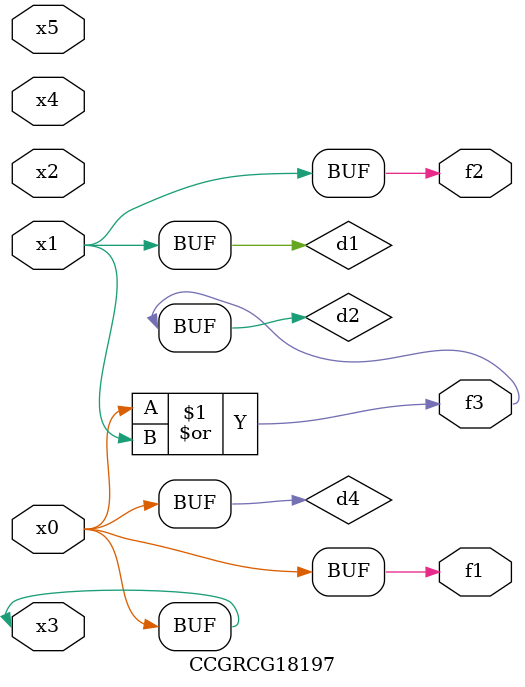
<source format=v>
module CCGRCG18197(
	input x0, x1, x2, x3, x4, x5,
	output f1, f2, f3
);

	wire d1, d2, d3, d4;

	and (d1, x1);
	or (d2, x0, x1);
	nand (d3, x0, x5);
	buf (d4, x0, x3);
	assign f1 = d4;
	assign f2 = d1;
	assign f3 = d2;
endmodule

</source>
